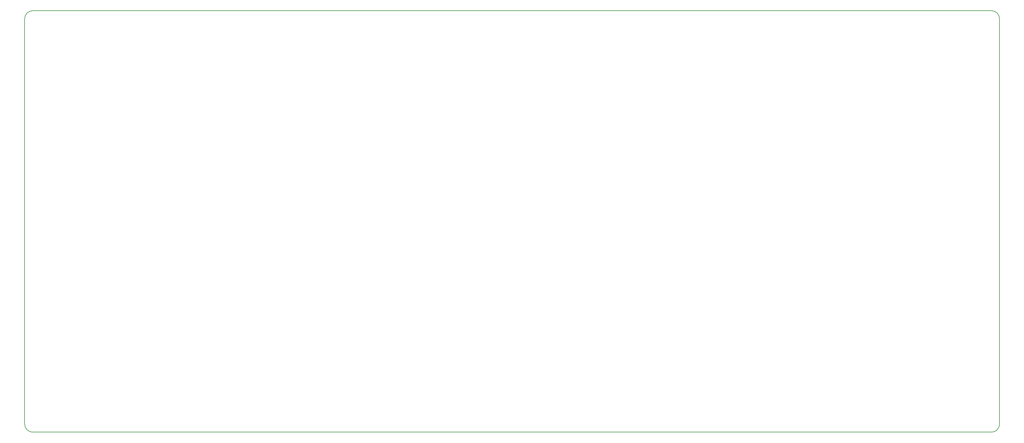
<source format=gm1>
G04 #@! TF.GenerationSoftware,KiCad,Pcbnew,(5.1.0-0)*
G04 #@! TF.CreationDate,2019-05-29T21:10:33+01:00*
G04 #@! TF.ProjectId,tartan_bottom,74617274-616e-45f6-926f-74746f6d2e6b,V1.0*
G04 #@! TF.SameCoordinates,Original*
G04 #@! TF.FileFunction,Profile,NP*
%FSLAX46Y46*%
G04 Gerber Fmt 4.6, Leading zero omitted, Abs format (unit mm)*
G04 Created by KiCad (PCBNEW (5.1.0-0)) date 2019-05-29 21:10:33*
%MOMM*%
%LPD*%
G04 APERTURE LIST*
%ADD10C,0.150000*%
G04 APERTURE END LIST*
D10*
X328606250Y-45237500D02*
X47618750Y-45237500D01*
X45237500Y-47618750D02*
G75*
G02X47618750Y-45237500I2381250J0D01*
G01*
X328606250Y-45237500D02*
G75*
G02X330987500Y-47618750I0J-2381250D01*
G01*
X330987500Y-166681250D02*
G75*
G02X328606250Y-169062500I-2381250J0D01*
G01*
X47618750Y-169062500D02*
G75*
G02X45237500Y-166681250I0J2381250D01*
G01*
X45237500Y-47618750D02*
X45237500Y-166681250D01*
X330987500Y-166681250D02*
X330987500Y-47618750D01*
X47618750Y-169062500D02*
X328606250Y-169062500D01*
M02*

</source>
